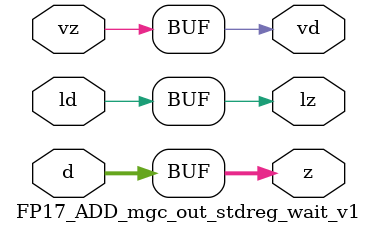
<source format=v>
module FP17_ADD_mgc_out_stdreg_wait_v1 (ld, vd, d, lz, vz, z);
  parameter integer rscid = 1;
  parameter integer width = 8;
  input ld;
  output vd;
  input [width-1:0] d;
  output lz;
  input vz;
  output [width-1:0] z;
  wire vd;
  wire lz;
  wire [width-1:0] z;
  assign z = d;
  assign lz = ld;
  assign vd = vz;
endmodule
</source>
